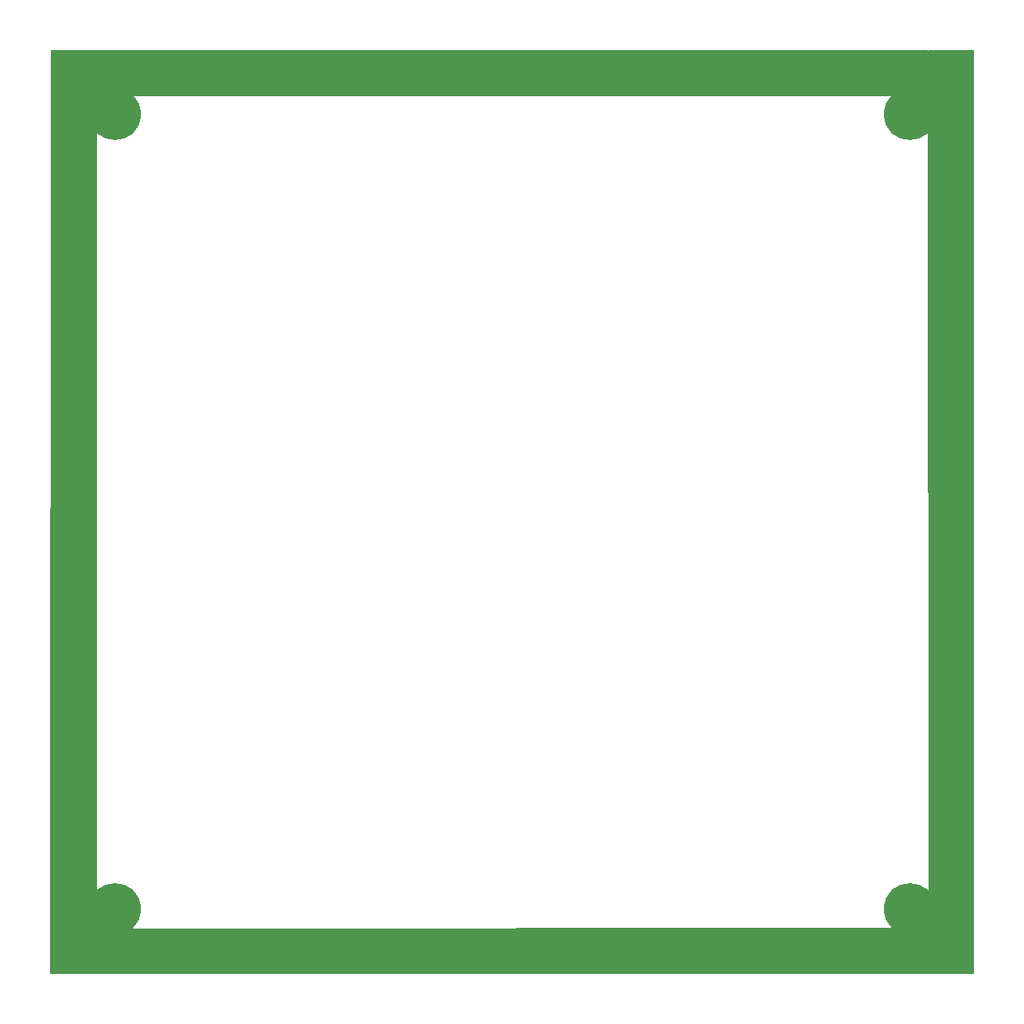
<source format=gbr>
%TF.GenerationSoftware,KiCad,Pcbnew,7.0.7*%
%TF.CreationDate,2023-11-05T15:56:38+00:00*%
%TF.ProjectId,RF_Screen,52465f53-6372-4656-956e-2e6b69636164,rev?*%
%TF.SameCoordinates,Original*%
%TF.FileFunction,Soldermask,Top*%
%TF.FilePolarity,Negative*%
%FSLAX46Y46*%
G04 Gerber Fmt 4.6, Leading zero omitted, Abs format (unit mm)*
G04 Created by KiCad (PCBNEW 7.0.7) date 2023-11-05 15:56:38*
%MOMM*%
%LPD*%
G01*
G04 APERTURE LIST*
%ADD10C,5.600000*%
G04 APERTURE END LIST*
D10*
%TO.C,H4*%
X193000000Y-7000000D03*
%TD*%
%TO.C,H3*%
X193000000Y-93000000D03*
%TD*%
%TO.C,H1*%
X107000000Y-7000000D03*
%TD*%
%TO.C,H2*%
X107000000Y-93000000D03*
%TD*%
G36*
X105059999Y-20000D02*
G01*
X105185933Y-19971D01*
X105252977Y-39640D01*
X105298745Y-92434D01*
X105309962Y-144008D01*
X105308546Y-4866050D01*
X105288841Y-4933084D01*
X105236024Y-4978823D01*
X105184533Y-4990013D01*
X105058508Y-4989999D01*
X105031487Y-95089988D01*
X105157338Y-95089876D01*
X105224395Y-95109500D01*
X105270197Y-95162263D01*
X105281449Y-95213913D01*
X105280052Y-99876037D01*
X105260347Y-99943071D01*
X105207530Y-99988810D01*
X105156052Y-100000000D01*
X100124067Y-100000000D01*
X100057028Y-99980315D01*
X100011273Y-99927511D01*
X100000067Y-99875938D01*
X100049937Y-134185D01*
X100069655Y-67155D01*
X100122482Y-21427D01*
X100174185Y-10247D01*
X105059999Y-20000D01*
G37*
G36*
X194942790Y-19712D02*
G01*
X194988545Y-72516D01*
X194999751Y-124275D01*
X194998260Y-869677D01*
X194978441Y-936677D01*
X194925546Y-982326D01*
X194856367Y-992131D01*
X194792870Y-962979D01*
X194755213Y-904126D01*
X194750260Y-869466D01*
X194750037Y-124064D01*
X194769702Y-57019D01*
X194822492Y-11248D01*
X194874037Y-27D01*
X194875751Y-27D01*
X194942790Y-19712D01*
G37*
G36*
X199943039Y-19685D02*
G01*
X199988794Y-72489D01*
X200000000Y-124000D01*
X200000000Y-99867209D01*
X199980315Y-99934248D01*
X199927511Y-99980003D01*
X199876737Y-99991207D01*
X198396667Y-100000000D01*
X194903957Y-100000000D01*
X194836918Y-99980315D01*
X194791163Y-99927511D01*
X194779957Y-99876037D01*
X194778534Y-95134175D01*
X194798198Y-95067130D01*
X194850989Y-95021359D01*
X194902424Y-95010138D01*
X195028496Y-95010026D01*
X195000037Y-124037D01*
X195019701Y-56992D01*
X195072492Y-11221D01*
X195124037Y0D01*
X199876000Y0D01*
X199943039Y-19685D01*
G37*
G36*
X195192792Y-19685D02*
G01*
X195238547Y-72489D01*
X195249753Y-124248D01*
X195248260Y-870176D01*
X195228441Y-937176D01*
X195175546Y-982825D01*
X195106367Y-992630D01*
X195042870Y-963478D01*
X195005213Y-904625D01*
X195000260Y-869965D01*
X195000037Y-124037D01*
X195019702Y-56992D01*
X195072492Y-11221D01*
X195124037Y0D01*
X195125753Y0D01*
X195192792Y-19685D01*
G37*
G36*
X194942767Y-19697D02*
G01*
X194988534Y-72490D01*
X194999751Y-124275D01*
X194990247Y-4876234D01*
X194970428Y-4943234D01*
X194917533Y-4988883D01*
X194866233Y-4999986D01*
X105058508Y-4989999D01*
X105058493Y-5039815D01*
X105038788Y-5106848D01*
X104985970Y-5152587D01*
X104916808Y-5162509D01*
X104853262Y-5133465D01*
X104822369Y-5092732D01*
X104820309Y-5088369D01*
X104817992Y-5082772D01*
X104811783Y-5065416D01*
X104810016Y-5059587D01*
X104805537Y-5041701D01*
X104804350Y-5035727D01*
X104801646Y-5017483D01*
X104801051Y-5011425D01*
X104800077Y-4991562D01*
X104800003Y-4988403D01*
X104809750Y-143498D01*
X104829570Y-76498D01*
X104882466Y-30849D01*
X104933999Y-19747D01*
X105060001Y-20000D01*
X194875723Y-27D01*
X194942767Y-19697D01*
G37*
G36*
X195233646Y-94831115D02*
G01*
X195244278Y-94841501D01*
X195251065Y-94848976D01*
X195254929Y-94853676D01*
X195265924Y-94868474D01*
X195269312Y-94873534D01*
X195278809Y-94889348D01*
X195281683Y-94894712D01*
X195289577Y-94911364D01*
X195291914Y-94916991D01*
X195298141Y-94934350D01*
X195299912Y-94940170D01*
X195304409Y-94958052D01*
X195305603Y-94964025D01*
X195308324Y-94982263D01*
X195308926Y-94988318D01*
X195309919Y-95008155D01*
X195309995Y-95011627D01*
X195280863Y-99876743D01*
X195260777Y-99943663D01*
X195207700Y-99989101D01*
X195156865Y-100000000D01*
X104903650Y-100000000D01*
X104836611Y-99980315D01*
X104790856Y-99927511D01*
X104779650Y-99876250D01*
X104770004Y-95092027D01*
X104770073Y-95088987D01*
X104771011Y-95069041D01*
X104771596Y-95062980D01*
X104774263Y-95044742D01*
X104775439Y-95038766D01*
X104779884Y-95020869D01*
X104781640Y-95015037D01*
X104787818Y-94997664D01*
X104790134Y-94992040D01*
X104795300Y-94981059D01*
X104841651Y-94928778D01*
X104908910Y-94909855D01*
X104975721Y-94930299D01*
X105020874Y-94983618D01*
X105031503Y-95033883D01*
X105031486Y-95089989D01*
X195028496Y-95010026D01*
X195028471Y-94924889D01*
X195048135Y-94857844D01*
X195100926Y-94812073D01*
X195170081Y-94802109D01*
X195233646Y-94831115D01*
G37*
M02*

</source>
